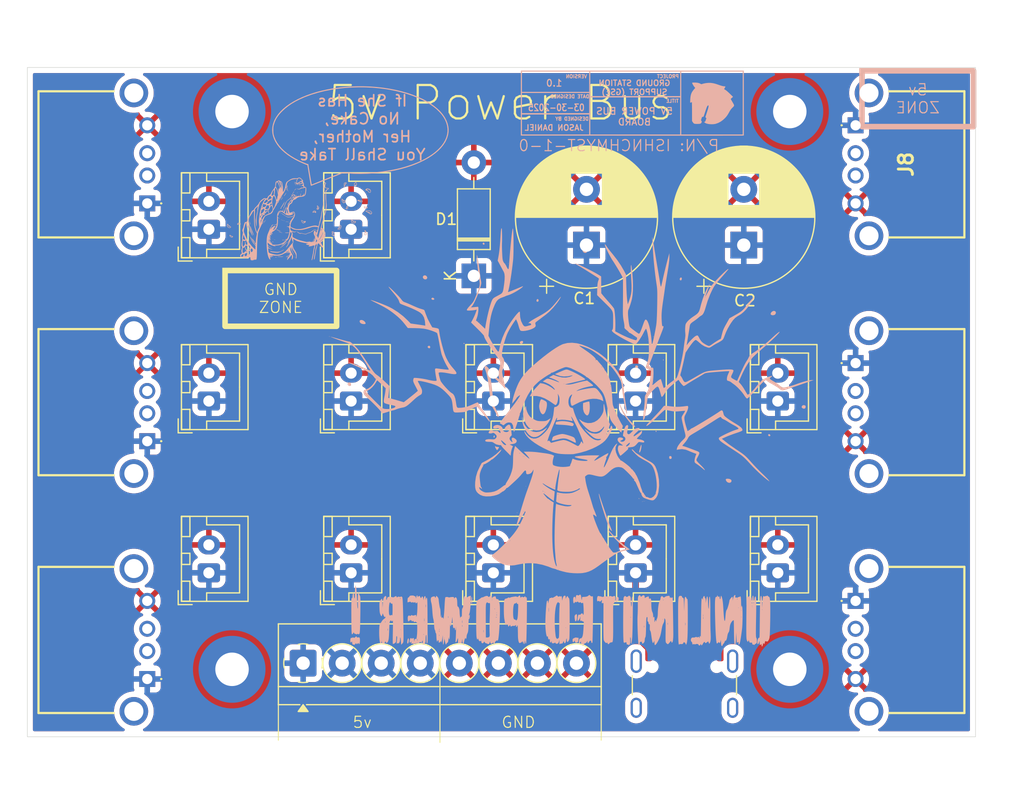
<source format=kicad_pcb>
(kicad_pcb (version 20241229) (generator "pcbnew") (generator_version "9.0")
  (layers (0 "F.Cu" signal) (2 "B.Cu" signal) (13 "F.Paste" user) (15 "B.Paste" user) (5 "F.SilkS" user "F.Silkscreen") (7 "B.SilkS" user "B.Silkscreen") (1 "F.Mask" user) (3 "B.Mask" user) (25 "Edge.Cuts" user))
  (net 0 "")
  (net 3 "5v")
  (net 7 "GND")
  (footprint "Connector_JST:JST_XH_B2B-XH-A_1x02_P2.50mm_Vertical" (layer "F.Cu") (at 116.05 98.1 90)
    (property "Reference" "J14" (hide yes))
    (property "Value" "Conn_01x02")
    (pad "1" thru_hole roundrect (at 0 0 90) (size 1.7 2) (drill 1) (layers "*.Cu" "*.Mask") (roundrect_rratio 0.147059) (net 3 "5v"))
    (pad "2" thru_hole oval (at 2.5 0 90) (size 1.7 2) (drill 1) (layers "*.Cu" "*.Mask") (net 7 "GND"))
  )
  (footprint "Connector_USB:USB1125GFB" (layer "F.Cu") (at 174.025 94.7 90)
    (property "Reference" "J6" (hide yes))
    (property "Value" "USB_A" (hide yes))
    (pad "1" thru_hole rect (at 0 0 90) (size 1.431 1.431) (drill 0.92) (layers "*.Cu" "*.Mask") (net 3 "5v"))
    (pad "2" thru_hole circle (at -2.5 0 90) (size 1.431 1.431) (drill 0.92) (layers "*.Cu" "*.Mask"))
    (pad "3" thru_hole circle (at -4.5 0 90) (size 1.431 1.431) (drill 0.92) (layers "*.Cu" "*.Mask"))
    (pad "4" thru_hole circle (at -7 0 90) (size 1.431 1.431) (drill 0.92) (layers "*.Cu" "*.Mask") (net 7 "GND"))
    (pad "5" thru_hole circle (at -9.9 1.2 90) (size 2.565 2.565) (drill 1.71) (layers "*.Cu" "*.Mask"))
    (pad "6" thru_hole circle (at 2.9 1.2 90) (size 2.565 2.565) (drill 1.71) (layers "*.Cu" "*.Mask"))
  )
  (footprint "Connector_JST:JST_XH_B2B-XH-A_1x02_P2.50mm_Vertical" (layer "F.Cu") (at 141.55 98.1 90)
    (property "Reference" "J16" (hide yes))
    (property "Value" "Conn_01x02")
    (pad "1" thru_hole roundrect (at 0 0 90) (size 1.7 2) (drill 1) (layers "*.Cu" "*.Mask") (roundrect_rratio 0.147059) (net 3 "5v"))
    (pad "2" thru_hole oval (at 2.5 0 90) (size 1.7 2) (drill 1) (layers "*.Cu" "*.Mask") (net 7 "GND"))
  )
  (footprint "Connector_USB:USB1125GFB" (layer "F.Cu") (at 110.525 101.6995 -90)
    (property "Reference" "J3" (hide yes))
    (property "Value" "USB_A" (hide yes))
    (pad "1" thru_hole rect (at 0 0 270) (size 1.431 1.431) (drill 0.92) (layers "*.Cu" "*.Mask") (net 3 "5v"))
    (pad "2" thru_hole circle (at -2.5 0 270) (size 1.431 1.431) (drill 0.92) (layers "*.Cu" "*.Mask"))
    (pad "3" thru_hole circle (at -4.5 0 270) (size 1.431 1.431) (drill 0.92) (layers "*.Cu" "*.Mask"))
    (pad "4" thru_hole circle (at -7 0 270) (size 1.431 1.431) (drill 0.92) (layers "*.Cu" "*.Mask") (net 7 "GND"))
    (pad "5" thru_hole circle (at -9.9 1.2 270) (size 2.565 2.565) (drill 1.71) (layers "*.Cu" "*.Mask"))
    (pad "6" thru_hole circle (at 2.9 1.2 270) (size 2.565 2.565) (drill 1.71) (layers "*.Cu" "*.Mask"))
  )
  (footprint "Connector_JST:JST_XH_B2B-XH-A_1x02_P2.50mm_Vertical" (layer "F.Cu") (at 154.3 113.5 90)
    (property "Reference" "J19" (hide yes))
    (property "Value" "Conn_01x02")
    (pad "1" thru_hole roundrect (at 0 0 90) (size 1.7 2) (drill 1) (layers "*.Cu" "*.Mask") (roundrect_rratio 0.147059) (net 3 "5v"))
    (pad "2" thru_hole oval (at 2.5 0 90) (size 1.7 2) (drill 1) (layers "*.Cu" "*.Mask") (net 7 "GND"))
  )
  (footprint "Connector_JST:JST_XH_B2B-XH-A_1x02_P2.50mm_Vertical" (layer "F.Cu") (at 128.8 82.7 90)
    (property "Reference" "J10" (hide yes))
    (property "Value" "Conn_01x02")
    (pad "1" thru_hole roundrect (at 0 0 90) (size 1.7 2) (drill 1) (layers "*.Cu" "*.Mask") (roundrect_rratio 0.147059) (net 3 "5v"))
    (pad "2" thru_hole oval (at 2.5 0 90) (size 1.7 2) (drill 1) (layers "*.Cu" "*.Mask") (net 7 "GND"))
  )
  (footprint "Capacitor_THT:CP_Radial_D12.5mm_P5.00mm" (layer "F.Cu") (at 149.9 84.123959 90)
    (property "Reference" "C1" (at -4.776041 -0.2 180) (layer "F.SilkS"))
    (property "Value" "1000uF")
    (pad "1" thru_hole rect (at 0 0 90) (size 2.4 2.4) (drill 1.2) (layers "*.Cu" "*.Mask") (net 3 "5v"))
    (pad "2" thru_hole circle (at 5 0 90) (size 2.4 2.4) (drill 1.2) (layers "*.Cu" "*.Mask") (net 7 "GND"))
  )
  (footprint "=Custom Holes:M3 GND Screwhole" (layer "F.Cu") (at 168.125 72.15)
    (property "Reference" "REF**" (hide yes))
    (property "Value" "M3 GND Screwhole" (hide yes))
    (pad "1" thru_hole circle (at 0 0) (size 6 6) (drill 3) (layers "*.Cu" "*.Mask") (net 7 "GND"))
  )
  (footprint "Diode_THT:D_DO-41_SOD81_P10.16mm_Horizontal" (layer "F.Cu") (at 139.8 86.88 90)
    (property "Reference" "D1" (at 5.08 -2.47 180) (layer "F.SilkS"))
    (property "Value" "1N4005")
    (fp_text user "K" (at 0 -2.1 90) (layer "F.SilkS"))
    (pad "1" thru_hole rect (at 0 0 90) (size 2.2 2.2) (drill 1.1) (layers "*.Cu" "*.Mask") (net 3 "5v"))
    (pad "2" thru_hole oval (at 10.16 0 90) (size 2.2 2.2) (drill 1.1) (layers "*.Cu" "*.Mask") (net 7 "GND"))
  )
  (footprint "Connector_USB:USB1125GFB" (layer "F.Cu") (at 110.525 123.017 -90)
    (property "Reference" "J4" (hide yes))
    (property "Value" "USB_A" (hide yes))
    (pad "1" thru_hole rect (at 0 0 270) (size 1.431 1.431) (drill 0.92) (layers "*.Cu" "*.Mask") (net 3 "5v"))
    (pad "2" thru_hole circle (at -2.5 0 270) (size 1.431 1.431) (drill 0.92) (layers "*.Cu" "*.Mask"))
    (pad "3" thru_hole circle (at -4.5 0 270) (size 1.431 1.431) (drill 0.92) (layers "*.Cu" "*.Mask"))
    (pad "4" thru_hole circle (at -7 0 270) (size 1.431 1.431) (drill 0.92) (layers "*.Cu" "*.Mask") (net 7 "GND"))
    (pad "5" thru_hole circle (at -9.9 1.2 270) (size 2.565 2.565) (drill 1.71) (layers "*.Cu" "*.Mask"))
    (pad "6" thru_hole circle (at 2.9 1.2 270) (size 2.565 2.565) (drill 1.71) (layers "*.Cu" "*.Mask"))
  )
  (footprint "Connector_USB:USB1125GFB" (layer "F.Cu") (at 174.025 116.017 90)
    (property "Reference" "J5" (hide yes))
    (property "Value" "USB_A" (hide yes))
    (pad "1" thru_hole rect (at 0 0 90) (size 1.431 1.431) (drill 0.92) (layers "*.Cu" "*.Mask") (net 3 "5v"))
    (pad "2" thru_hole circle (at -2.5 0 90) (size 1.431 1.431) (drill 0.92) (layers "*.Cu" "*.Mask"))
    (pad "3" thru_hole circle (at -4.5 0 90) (size 1.431 1.431) (drill 0.92) (layers "*.Cu" "*.Mask"))
    (pad "4" thru_hole circle (at -7 0 90) (size 1.431 1.431) (drill 0.92) (layers "*.Cu" "*.Mask") (net 7 "GND"))
    (pad "5" thru_hole circle (at -9.9 1.2 90) (size 2.565 2.565) (drill 1.71) (layers "*.Cu" "*.Mask"))
    (pad "6" thru_hole circle (at 2.9 1.2 90) (size 2.565 2.565) (drill 1.71) (layers "*.Cu" "*.Mask"))
  )
  (footprint "Connector_JST:JST_XH_B2B-XH-A_1x02_P2.50mm_Vertical" (layer "F.Cu") (at 116.05 113.5 90)
    (property "Reference" "J21" (hide yes))
    (property "Value" "Conn_01x02")
    (pad "1" thru_hole roundrect (at 0 0 90) (size 1.7 2) (drill 1) (layers "*.Cu" "*.Mask") (roundrect_rratio 0.147059) (net 3 "5v"))
    (pad "2" thru_hole oval (at 2.5 0 90) (size 1.7 2) (drill 1) (layers "*.Cu" "*.Mask") (net 7 "GND"))
  )
  (footprint "Connector_JST:JST_XH_B2B-XH-A_1x02_P2.50mm_Vertical" (layer "F.Cu") (at 116.05 82.7 90)
    (property "Reference" "J9" (hide yes))
    (property "Value" "Conn_01x02")
    (pad "1" thru_hole roundrect (at 0 0 90) (size 1.7 2) (drill 1) (layers "*.Cu" "*.Mask") (roundrect_rratio 0.147059) (net 3 "5v"))
    (pad "2" thru_hole oval (at 2.5 0 90) (size 1.7 2) (drill 1) (layers "*.Cu" "*.Mask") (net 7 "GND"))
  )
  (footprint "Connector_USB:USB1125GFB" (layer "F.Cu") (at 110.525 80.383 -90)
    (property "Reference" "J2" (hide yes))
    (property "Value" "USB_A" (hide yes))
    (pad "1" thru_hole rect (at 0 0 270) (size 1.431 1.431) (drill 0.92) (layers "*.Cu" "*.Mask") (net 3 "5v"))
    (pad "2" thru_hole circle (at -2.5 0 270) (size 1.431 1.431) (drill 0.92) (layers "*.Cu" "*.Mask"))
    (pad "3" thru_hole circle (at -4.5 0 270) (size 1.431 1.431) (drill 0.92) (layers "*.Cu" "*.Mask"))
    (pad "4" thru_hole circle (at -7 0 270) (size 1.431 1.431) (drill 0.92) (layers "*.Cu" "*.Mask") (net 7 "GND"))
    (pad "5" thru_hole circle (at -9.9 1.2 270) (size 2.565 2.565) (drill 1.71) (layers "*.Cu" "*.Mask"))
    (pad "6" thru_hole circle (at 2.9 1.2 270) (size 2.565 2.565) (drill 1.71) (layers "*.Cu" "*.Mask"))
  )
  (footprint "=Custom Holes:M3 GND Screwhole" (layer "F.Cu") (at 118.125 122.15)
    (property "Reference" "REF**" (hide yes))
    (property "Value" "M3 GND Screwhole" (hide yes))
    (pad "1" thru_hole circle (at 0 0) (size 6 6) (drill 3) (layers "*.Cu" "*.Mask") (net 7 "GND"))
  )
  (footprint "Connector_JST:JST_XH_B2B-XH-A_1x02_P2.50mm_Vertical" (layer "F.Cu") (at 128.8 98.1 90)
    (property "Reference" "J15" (hide yes))
    (property "Value" "Conn_01x02")
    (pad "1" thru_hole roundrect (at 0 0 90) (size 1.7 2) (drill 1) (layers "*.Cu" "*.Mask") (roundrect_rratio 0.147059) (net 3 "5v"))
    (pad "2" thru_hole oval (at 2.5 0 90) (size 1.7 2) (drill 1) (layers "*.Cu" "*.Mask") (net 7 "GND"))
  )
  (footprint "=Custom Holes:M3 GND Screwhole" (layer "F.Cu") (at 168.125 122.15)
    (property "Reference" "REF**" (hide yes))
    (property "Value" "M3 GND Screwhole" (hide yes))
    (pad "1" thru_hole circle (at 0 0) (size 6 6) (drill 3) (layers "*.Cu" "*.Mask") (net 7 "GND"))
  )
  (footprint "Connector_USB:USB_C_Receptacle_GCT_USB4105-xx-A_16P_TopMnt_Horizontal" (layer "F.Cu") (at 158.68 124.525)
    (property "Reference" "J1" (hide yes))
    (property "Value" "USB_C_Receptacle_USB2.0_16P")
    (pad "" np_thru_hole circle (at -2.89 -2.605) (size 0.65 0.65) (drill 0.65) (layers "*.Cu" "*.Mask"))
    (pad "" np_thru_hole circle (at 2.89 -2.605) (size 0.65 0.65) (drill 0.65) (layers "*.Cu" "*.Mask"))
    (pad "A1" smd roundrect (at -3.2 -3.68) (size 0.6 1.15) (layers "F.Cu" "F.Mask" "F.Paste") (net 7 "GND"))
    (pad "A4" smd roundrect (at -2.4 -3.68) (size 0.6 1.15) (layers "F.Cu" "F.Mask" "F.Paste") (net 3 "5v"))
    (pad "A5" smd roundrect (at -1.25 -3.68) (size 0.3 1.15) (layers "F.Cu" "F.Mask" "F.Paste"))
    (pad "A6" smd roundrect (at -0.25 -3.68) (size 0.3 1.15) (layers "F.Cu" "F.Mask" "F.Paste"))
    (pad "A7" smd roundrect (at 0.25 -3.68) (size 0.3 1.15) (layers "F.Cu" "F.Mask" "F.Paste"))
    (pad "A8" smd roundrect (at 1.25 -3.68) (size 0.3 1.15) (layers "F.Cu" "F.Mask" "F.Paste"))
    (pad "A9" smd roundrect (at 2.4 -3.68) (size 0.6 1.15) (layers "F.Cu" "F.Mask" "F.Paste") (net 3 "5v"))
    (pad "A12" smd roundrect (at 3.2 -3.68) (size 0.6 1.15) (layers "F.Cu" "F.Mask" "F.Paste") (net 7 "GND"))
    (pad "B1" smd roundrect (at 3.2 -3.68) (size 0.6 1.15) (layers "F.Cu" "F.Mask" "F.Paste") (net 7 "GND"))
    (pad "B4" smd roundrect (at 2.4 -3.68) (size 0.6 1.15) (layers "F.Cu" "F.Mask" "F.Paste") (net 3 "5v"))
    (pad "B5" smd roundrect (at 1.75 -3.68) (size 0.3 1.15) (layers "F.Cu" "F.Mask" "F.Paste"))
    (pad "B6" smd roundrect (at 0.75 -3.68) (size 0.3 1.15) (layers "F.Cu" "F.Mask" "F.Paste"))
    (pad "B7" smd roundrect (at -0.75 -3.68) (size 0.3 1.15) (layers "F.Cu" "F.Mask" "F.Paste"))
    (pad "B8" smd roundrect (at -1.75 -3.68) (size 0.3 1.15) (layers "F.Cu" "F.Mask" "F.Paste"))
    (pad "B9" smd roundrect (at -2.4 -3.68) (size 0.6 1.15) (layers "F.Cu" "F.Mask" "F.Paste") (net 3 "5v"))
    (pad "B12" smd roundrect (at -3.2 -3.68) (size 0.6 1.15) (layers "F.Cu" "F.Mask" "F.Paste") (net 7 "GND"))
    (pad "S1" thru_hole oval (at -4.32 -3.105) (size 1 2.1) (drill oval 0.6 1.7) (property pad_prop_heatsink) (layers "*.Cu" "*.Mask" "F.Paste"))
    (pad "S1" thru_hole oval (at -4.32 1.075) (size 1 1.8) (drill oval 0.6 1.4) (property pad_prop_heatsink) (layers "*.Cu" "*.Mask" "F.Paste"))
    (pad "S1" thru_hole oval (at 4.32 -3.105) (size 1 2.1) (drill oval 0.6 1.7) (property pad_prop_heatsink) (layers "*.Cu" "*.Mask" "F.Paste"))
    (pad "S1" thru_hole oval (at 4.32 1.075) (size 1 1.8) (drill oval 0.6 1.4) (property pad_prop_heatsink) (layers "*.Cu" "*.Mask" "F.Paste"))
  )
  (footprint "Capacitor_THT:CP_Radial_D12.5mm_P5.00mm" (layer "F.Cu") (at 164 84.123959 90)
    (property "Reference" "C2" (at -4.976041 0.1 180) (layer "F.SilkS"))
    (property "Value" "1000uF")
    (pad "1" thru_hole rect (at 0 0 90) (size 2.4 2.4) (drill 1.2) (layers "*.Cu" "*.Mask") (net 3 "5v"))
    (pad "2" thru_hole circle (at 5 0 90) (size 2.4 2.4) (drill 1.2) (layers "*.Cu" "*.Mask") (net 7 "GND"))
  )
  (footprint "=Custom Holes:M3 GND Screwhole" (layer "F.Cu") (at 118.125 72.15)
    (property "Reference" "REF**" (hide yes))
    (property "Value" "M3 GND Screwhole" (hide yes))
    (pad "1" thru_hole circle (at 0 0) (size 6 6) (drill 3) (layers "*.Cu" "*.Mask") (net 7 "GND"))
  )
  (footprint "Connector_JST:JST_XH_B2B-XH-A_1x02_P2.50mm_Vertical" (layer "F.Cu") (at 128.8 113.5 90)
    (property "Reference" "J22" (hide yes))
    (property "Value" "Conn_01x02")
    (pad "1" thru_hole roundrect (at 0 0 90) (size 1.7 2) (drill 1) (layers "*.Cu" "*.Mask") (roundrect_rratio 0.147059) (net 3 "5v"))
    (pad "2" thru_hole oval (at 2.5 0 90) (size 1.7 2) (drill 1) (layers "*.Cu" "*.Mask") (net 7 "GND"))
  )
  (footprint "Connector_JST:JST_XH_B2B-XH-A_1x02_P2.50mm_Vertical" (layer "F.Cu") (at 167.05 113.5 90)
    (property "Reference" "J20" (hide yes))
    (property "Value" "Conn_01x02")
    (pad "1" thru_hole roundrect (at 0 0 90) (size 1.7 2) (drill 1) (layers "*.Cu" "*.Mask") (roundrect_rratio 0.147059) (net 3 "5v"))
    (pad "2" thru_hole oval (at 2.5 0 90) (size 1.7 2) (drill 1) (layers "*.Cu" "*.Mask") (net 7 "GND"))
  )
  (footprint "Connector_JST:JST_XH_B2B-XH-A_1x02_P2.50mm_Vertical" (layer "F.Cu") (at 154.3 98.1 90)
    (property "Reference" "J17" (hide yes))
    (property "Value" "Conn_01x02")
    (pad "1" thru_hole roundrect (at 0 0 90) (size 1.7 2) (drill 1) (layers "*.Cu" "*.Mask") (roundrect_rratio 0.147059) (net 3 "5v"))
    (pad "2" thru_hole oval (at 2.5 0 90) (size 1.7 2) (drill 1) (layers "*.Cu" "*.Mask") (net 7 "GND"))
  )
  (footprint "Connector_JST:JST_XH_B2B-XH-A_1x02_P2.50mm_Vertical" (layer "F.Cu") (at 141.55 113.5 90)
    (property "Reference" "J23" (hide yes))
    (property "Value" "Conn_01x02")
    (pad "1" thru_hole roundrect (at 0 0 90) (size 1.7 2) (drill 1) (layers "*.Cu" "*.Mask") (roundrect_rratio 0.147059) (net 3 "5v"))
    (pad "2" thru_hole oval (at 2.5 0 90) (size 1.7 2) (drill 1) (layers "*.Cu" "*.Mask") (net 7 "GND"))
  )
  (footprint "Connector_JST:JST_XH_B2B-XH-A_1x02_P2.50mm_Vertical" (layer "F.Cu") (at 167.05 98.1 90)
    (property "Reference" "J18" (hide yes))
    (property "Value" "Conn_01x02")
    (pad "1" thru_hole roundrect (at 0 0 90) (size 1.7 2) (drill 1) (layers "*.Cu" "*.Mask") (roundrect_rratio 0.147059) (net 3 "5v"))
    (pad "2" thru_hole oval (at 2.5 0 90) (size 1.7 2) (drill 1) (layers "*.Cu" "*.Mask") (net 7 "GND"))
  )
  (footprint "TerminalBlock_4Ucon:TerminalBlock_4Ucon_1x08_P3.50mm_Horizontal" (layer "F.Cu") (at 124.5 121.6)
    (property "Reference" "J7" (hide yes))
    (property "Value" "Conn_01x08")
    (pad "1" thru_hole roundrect (at 0 0) (size 2.4 2.4) (drill 1.2) (layers "*.Cu" "*.Mask") (roundrect_rratio 0.104167) (net 3 "5v"))
    (pad "2" thru_hole circle (at 3.5 0) (size 2.4 2.4) (drill 1.2) (layers "*.Cu" "*.Mask") (net 3 "5v"))
    (pad "3" thru_hole circle (at 7 0) (size 2.4 2.4) (drill 1.2) (layers "*.Cu" "*.Mask") (net 3 "5v"))
    (pad "4" thru_hole circle (at 10.5 0) (size 2.4 2.4) (drill 1.2) (layers "*.Cu" "*.Mask") (net 3 "5v"))
    (pad "5" thru_hole circle (at 14 0) (size 2.4 2.4) (drill 1.2) (layers "*.Cu" "*.Mask") (net 7 "GND"))
    (pad "6" thru_hole circle (at 17.5 0) (size 2.4 2.4) (drill 1.2) (layers "*.Cu" "*.Mask") (net 7 "GND"))
    (pad "7" thru_hole circle (at 21 0) (size 2.4 2.4) (drill 1.2) (layers "*.Cu" "*.Mask") (net 7 "GND"))
    (pad "8" thru_hole circle (at 24.5 0) (size 2.4 2.4) (drill 1.2) (layers "*.Cu" "*.Mask") (net 7 "GND"))
  )
  (footprint "Connector_USB:USB1125GFB" (layer "F.Cu") (at 174.025 73.383 90)
    (property "Reference" "J8" (at -3.5 4.517 90) (layer "F.SilkS") (effects (font (size 1.27 1.27) (thickness 0.254))))
    (property "Value" "USB_A" (hide yes))
    (pad "1" thru_hole rect (at 0 0 90) (size 1.431 1.431) (drill 0.92) (layers "*.Cu" "*.Mask") (net 3 "5v"))
    (pad "2" thru_hole circle (at -2.5 0 90) (size 1.431 1.431) (drill 0.92) (layers "*.Cu" "*.Mask"))
    (pad "3" thru_hole circle (at -4.5 0 90) (size 1.431 1.431) (drill 0.92) (layers "*.Cu" "*.Mask"))
    (pad "4" thru_hole circle (at -7 0 90) (size 1.431 1.431) (drill 0.92) (layers "*.Cu" "*.Mask") (net 7 "GND"))
    (pad "5" thru_hole circle (at -9.9 1.2 90) (size 2.565 2.565) (drill 1.71) (layers "*.Cu" "*.Mask"))
    (pad "6" thru_hole circle (at 2.9 1.2 90) (size 2.565 2.565) (drill 1.71) (layers "*.Cu" "*.Mask"))
  )
  (footprint "=Graphics:UNLIMITED POWER!! 50x50" (layer "B.Cu") (at 148.2 101.8 180)
    (property "Reference" "G***" (hide yes))
    (property "Value" "LOGO" (hide yes))
  )
  (footprint "=Graphics:NCR TItle Block 20x5.8mm" (layer "B.Cu") (at 154 71.4 180)
    (property "Reference" "G***" (hide yes))
    (property "Value" "LOGO" (hide yes))
    (fp_text user "PROJECT" (at -3.2 2.4 0) (layer "B.SilkS") (effects (font (size 0.3 0.3) (thickness 0.075)) (justify mirror)))
    (fp_text user "TITLE" (at -3.6 0.2 0) (layer "B.SilkS") (effects (font (size 0.3 0.3) (thickness 0.075)) (justify mirror)))
    (fp_text user "VERSION" (at 5 2.4 0) (layer "B.SilkS") (effects (font (size 0.3 0.3) (thickness 0.075)) (justify mirror)))
    (fp_text user "DATE DESIGNED" (at 5.6 0.6 0) (layer "B.SilkS") (effects (font (size 0.3 0.3) (thickness 0.075)) (justify mirror)))
    (fp_text user "DESIGNED BY" (at 5.4 -1.4 0) (layer "B.SilkS") (effects (font (size 0.3 0.3) (thickness 0.075)) (justify mirror)))
  )
  (footprint "=Graphics:Oogway wisdom 20x16" (layer "B.Cu") (at 127.6 77.6 180)
    (property "Reference" "G***" (hide yes))
    (property "Value" "LOGO" (hide yes))
  )
  (gr_line (start 122.28 125.32) (end 122.28 128.5) (stroke (width 0.1)) (layer "F.SilkS"))
  (gr_rect (start 117.5 86.4) (end 127.5 91.4) (stroke (width 0.5)) (fill no) (layer "F.SilkS"))
  (gr_line (start 151.22 125.32) (end 151.22 128.5) (stroke (width 0.1)) (layer "F.SilkS"))
  (gr_line (start 136.765 121.6) (end 136.765 128.7) (stroke (width 0.1)) (layer "F.SilkS"))
  (gr_rect (start 174.6 68.5) (end 184.6 73.5) (stroke (width 0.5)) (fill no) (layer "B.SilkS"))
  (gr_rect (start 99.775 68.2) (end 184.775 128.2) (stroke (width 0.05)) (fill no) (layer "Edge.Cuts"))
  (gr_text "5v Power Bus" (at 142.2 71.390054 0) (layer "F.SilkS") (effects (font (size 3 3) (thickness 0.2))))
  (gr_text "GND\nZONE" (at 122.5 88.9 0) (layer "F.SilkS") (effects (font (size 1 1) (thickness 0.1))))
  (gr_text "5v" (at 129.8 126.9 0) (layer "F.SilkS") (effects (font (size 1 1) (thickness 0.1))))
  (gr_text "GND" (at 143.8 126.9 0) (layer "F.SilkS") (effects (font (size 1 1) (thickness 0.1))))
  (gr_text "P/N: ISHNCHMYST-1-0" (at 152.8 75.2 0) (layer "B.SilkS") (effects (font (size 1 1) (thickness 0.1)) (justify mirror)))
  (gr_text "GROUND STATION\nSUPPORT (GSE)" (at 154.2 70 0) (layer "B.SilkS") (effects (font (size 0.5 0.5) (thickness 0.1)) (justify mirror)))
  (gr_text "JASON DANIEL" (at 147 73.6 0) (layer "B.SilkS") (effects (font (size 0.5 0.5) (thickness 0.1)) (justify mirror)))
  (gr_text "5v\nZONE" (at 179.6 71 0) (layer "B.SilkS") (effects (font (size 1 1) (thickness 0.1)) (justify mirror)))
  (gr_text "5V POWER BUS\nBOARD" (at 154.2 72.6 0) (layer "B.SilkS") (effects (font (size 0.6 0.6) (thickness 0.1)) (justify mirror)))
  (gr_text "03-30-2025" (at 147.2 71.8 0) (layer "B.SilkS") (effects (font (size 0.6 0.5) (thickness 0.1)) (justify mirror)))
  (gr_text "1.0" (at 147 69.6 0) (layer "B.SilkS") (effects (font (size 0.6 0.6) (thickness 0.1)) (justify mirror)))
  (gr_text "If She Has\nNo Cake,\nHer Mother,\nYou Shall Take" (at 129.8 73.6 0) (layer "B.SilkS") (effects (font (size 1 1)) (justify mirror)))
  (segment (start 154.3 117.7) (end 154.3 113.5) (width 0.6) (layer "F.Cu") (net 3))
  (segment (start 156.28 119.68) (end 154.3 117.7) (width 0.6) (layer "F.Cu") (net 3))
  (segment (start 156.28 120.845) (end 156.28 119.68) (width 0.6) (layer "F.Cu") (net 3))
  (segment (start 160.489999 119.68) (end 156.28 119.68) (width 0.6) (layer "F.Cu") (net 3))
  (segment (start 161.08 120.845) (end 161.08 120.270001) (width 0.6) (layer "F.Cu") (net 3))
  (segment (start 161.08 120.270001) (end 160.489999 119.68) (width 0.6) (layer "F.Cu") (net 3))
  (segment (start 154.8 119.6) (end 151 119.6) (width 0.6) (layer "F.Cu") (net 7))
  (segment (start 165.575 119.6) (end 168.125 122.15) (width 0.6) (layer "F.Cu") (net 7))
  (segment (start 162.4 119.6) (end 165.575 119.6) (width 0.6) (layer "F.Cu") (net 7))
  (segment (start 151 119.6) (end 149 121.6) (width 0.6) (layer "F.Cu") (net 7))
  (segment (start 161.88 120.845) (end 161.88 120.12) (width 0.6) (layer "F.Cu") (net 7))
  (segment (start 161.88 120.12) (end 162.4 119.6) (width 0.6) (layer "F.Cu") (net 7))
  (segment (start 155.48 120.845) (end 155.48 120.28) (width 0.6) (layer "F.Cu") (net 7))
  (segment (start 155.48 120.28) (end 154.8 119.6) (width 0.6) (layer "F.Cu") (net 7))
  (zone (net 7) (net_name "GND") (layer "F.Cu") (connect_pads (clearance 0.5)) (min_thickness 0.25) (fill yes (thermal_gap 0.5) (thermal_bridge_width 0.5))
    (polygon (pts (xy 97.525 62.55) (xy 97.525 132.95) (xy 188.725 132.75) (xy 188.725 62.55)))
  )
  (zone (net 3) (net_name "5v") (layer "B.Cu") (priority 1) (connect_pads (clearance 0.5)) (min_thickness 0.25) (fill yes (thermal_gap 0.5) (thermal_bridge_width 0.5))
    (polygon (pts (xy 189.125 62.35) (xy 97.325 62.15) (xy 97.325 133.15) (xy 188.925 132.95)))
  )
)
</source>
